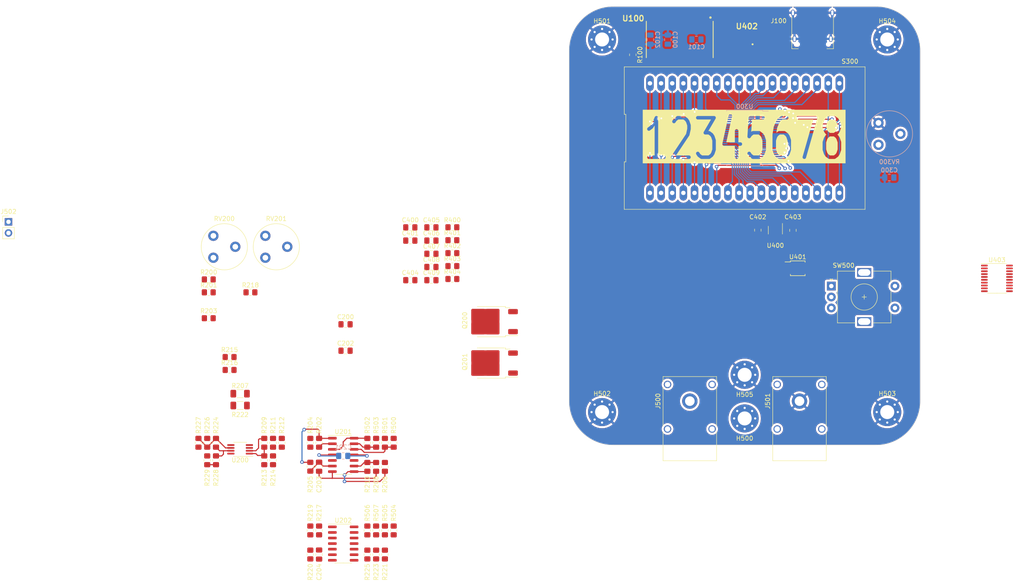
<source format=kicad_pcb>
(kicad_pcb (version 20221018) (generator pcbnew)
  (layers (0 "F.Cu" signal) (31 "B.Cu" signal) (34 "B.Paste" user) (35 "F.Paste" user) (36 "B.SilkS" user "B.Silkscreen") (37 "F.SilkS" user "F.Silkscreen") (38 "B.Mask" user) (39 "F.Mask" user) (44 "Edge.Cuts" user))
  (net 0 "")
  (net 1 "-5V0_SUPPLY_G")
  (net 2 "5V0_SUPPLY_G")
  (net 3 "/uC_stage/3V3_SUPPLY_L")
  (net 4 "dacOutA_ang_g")
  (net 5 "GND")
  (net 6 "GND1")
  (net 7 "dacOutB_ang_g")
  (net 8 "USB_C_CC1_G")
  (net 9 "USB_C_DPOS_G")
  (net 10 "USB_C_DNEG_G")
  (net 11 "USB_C_CC2_G")
  (net 12 "VOLTAGE_SINK_G")
  (net 13 "opStage1A_ang_g")
  (net 14 "opStage2A_ang_g")
  (net 15 "opStage1B_ang_g")
  (net 16 "/uC_stage/usbCIsolatorFaultc_dig_l")
  (net 17 "opStage2B_ang_g")
  (net 18 "/uC_stage/dacNLDAC_dig_l")
  (net 19 "/uC_stage/dacRDY_dig_l")
  (net 20 "USB_C_ISOLATED_DPOS")
  (net 21 "USB_C_ISOLATED_DNEG")
  (net 22 "3V3_SUPPLY_G")
  (net 23 "UCSDA_COM_G")
  (net 24 "UCSCL_COM_G")
  (net 25 "/LCD_screen/disp1_dig_l")
  (net 26 "/LCD_screen/disp2_dig_l")
  (net 27 "/LCD_screen/disp3_dig_l")
  (net 28 "/LCD_screen/disp4_dig_l")
  (net 29 "/LCD_screen/disp5_dig_l")
  (net 30 "/LCD_screen/disp6_dig_l")
  (net 31 "/LCD_screen/disp7_dig_l")
  (net 32 "/LCD_screen/disp8_dig_l")
  (net 33 "/LCD_screen/disp9_dig_l")
  (net 34 "/LCD_screen/disp10_dig_l")
  (net 35 "/LCD_screen/disp11_dig_l")
  (net 36 "/LCD_screen/disp12_dig_l")
  (net 37 "/LCD_screen/disp13_dig_l")
  (net 38 "/LCD_screen/disp14_dig_l")
  (net 39 "/LCD_screen/disp15_dig_l")
  (net 40 "/LCD_screen/disp16_dig_l")
  (net 41 "/LCD_screen/COM0_dig_l")
  (net 42 "/LCD_screen/COM1_dig_l")
  (net 43 "/LCD_screen/COM2_dig_l")
  (net 44 "/LCD_screen/COM3_dig_l")
  (net 45 "/LCD_screen/disp21_dig_l")
  (net 46 "/LCD_screen/disp22_dig_l")
  (net 47 "/LCD_screen/disp23_dig_l")
  (net 48 "/LCD_screen/disp24_dig_l")
  (net 49 "/LCD_screen/disp25_dig_l")
  (net 50 "/LCD_screen/disp26_dig_l")
  (net 51 "/LCD_screen/disp27_dig_l")
  (net 52 "/LCD_screen/disp28_dig_l")
  (net 53 "/LCD_screen/disp29_dig_l")
  (net 54 "/LCD_screen/disp30_dig_l")
  (net 55 "/LCD_screen/disp31_dig_l")
  (net 56 "/LCD_screen/disp32_dig_l")
  (net 57 "/LCD_screen/disp33_dig_l")
  (net 58 "/LCD_screen/disp34_dig_l")
  (net 59 "/LCD_screen/disp35_dig_l")
  (net 60 "/LCD_screen/disp36_dig_l")
  (net 61 "/LCD_screen/disp17_dig_l")
  (net 62 "/LCD_screen/disp18_dig_l")
  (net 63 "/LCD_screen/disp19_dig_l")
  (net 64 "/LCD_screen/disp20_dig_l")
  (net 65 "Net-(U100-VIN)")
  (net 66 "Net-(U201B--)")
  (net 67 "Net-(C203-Pad2)")
  (net 68 "Net-(U202B--)")
  (net 69 "Net-(C204-Pad2)")
  (net 70 "Net-(U300-VDD)")
  (net 71 "Net-(U402-CB)")
  (net 74 "Net-(Q200-G)")
  (net 75 "Net-(Q201-G)")
  (net 76 "Net-(R200-Pad2)")
  (net 77 "Net-(R202-Pad1)")
  (net 78 "Net-(U201A--)")
  (net 79 "Net-(R204-Pad2)")
  (net 80 "Net-(R206-Pad1)")
  (net 81 "Net-(U201C--)")
  (net 82 "Net-(U200A--)")
  (net 83 "Net-(R211-Pad1)")
  (net 84 "Net-(R215-Pad2)")
  (net 85 "Net-(R217-Pad1)")
  (net 86 "Net-(U202A--)")
  (net 87 "Net-(R219-Pad2)")
  (net 88 "Net-(R221-Pad1)")
  (net 89 "Net-(U202C--)")
  (net 90 "Net-(U200B--)")
  (net 91 "Net-(R226-Pad1)")
  (net 92 "Net-(U401-VOUTA)")
  (net 93 "Net-(U401-VOUTB)")
  (net 94 "Net-(U201D-+)")
  (net 95 "Net-(U201D--)")
  (net 96 "Net-(U202D-+)")
  (net 97 "Net-(U202D--)")
  (net 127 "/current_sink_stage/current_feedback_A")
  (net 128 "/current_sink_stage/current_feedback_B")
  (footprint "Resistor_SMD:R_0805_2012Metric_Pad1.20x1.40mm_HandSolder" (layer "F.Cu") (at 141 144.5 90)
    (fp_text reference "R507")
    (fp_text value "R_Small")
  )
  (footprint "Resistor_SMD:R_0805_2012Metric_Pad1.20x1.40mm_HandSolder" (layer "F.Cu") (at 115.5 128.5 90)
    (fp_text reference "R213")
    (fp_text value "100")
  )
  (footprint "Package_TO_SOT_SMD:TO-252-2" (layer "F.Cu") (at 167.16 106.32 180)
    (fp_text reference "Q201")
    (fp_text value "TK7S10N1Z")
  )
  (footprint "Resistor_SMD:R_0805_2012Metric_Pad1.20x1.40mm_HandSolder" (layer "F.Cu") (at 107.6 107.89)
    (fp_text reference "R216")
    (fp_text value "100")
  )
  (footprint "Resistor_SMD:R_0805_2012Metric_Pad1.20x1.40mm_HandSolder" (layer "F.Cu") (at 158.38 87.14)
    (fp_text reference "R404")
    (fp_text value "10k")
  )
  (footprint "Capacitor_SMD:C_0805_2012Metric_Pad1.18x1.45mm_HandSolder" (layer "F.Cu") (at 128 150 -90)
    (fp_text reference "C204")
    (fp_text value "1u")
  )
  (footprint "Rotary_Encoder:RotaryEncoder_Alps_EC11E-Switch_Vertical_H20mm" (layer "F.Cu") (at 244.75 88.75)
    (fp_text reference "SW500")
    (fp_text value "RotaryEncoder_Switch")
  )
  (footprint "Resistor_SMD:R_0805_2012Metric_Pad1.20x1.40mm_HandSolder" (layer "F.Cu") (at 139 150 -90)
    (fp_text reference "R225")
    (fp_text value "10k")
  )
  (footprint "Potentiometer_THT:Potentiometer_Piher_PT-10-V05_Vertical" (layer "F.Cu") (at 103.9 82.29)
    (fp_text reference "RV200")
    (fp_text value "PT10LV05")
  )
  (footprint "Resistor_SMD:R_0805_2012Metric_Pad1.20x1.40mm_HandSolder" (layer "F.Cu") (at 143 144.5 90)
    (fp_text reference "R505")
    (fp_text value "0R")
  )
  (footprint "Resistor_SMD:R_0805_2012Metric_Pad1.20x1.40mm_HandSolder" (layer "F.Cu") (at 158.38 78.29)
    (fp_text reference "R401")
    (fp_text value "?")
  )
  (footprint "Capacitor_SMD:C_0805_2012Metric_Pad1.18x1.45mm_HandSolder" (layer "F.Cu") (at 128 129.9625 -90)
    (fp_text reference "C203")
    (fp_text value "1u")
  )
  (footprint "Resistor_SMD:R_0805_2012Metric_Pad1.20x1.40mm_HandSolder" (layer "F.Cu") (at 158.38 84.19)
    (fp_text reference "R403")
    (fp_text value "10k")
  )
  (footprint "Capacitor_SMD:C_0805_2012Metric_Pad1.18x1.45mm_HandSolder" (layer "F.Cu") (at 134.03 103.5)
    (fp_text reference "C202")
    (fp_text value "?")
  )
  (footprint "Resistor_SMD:R_0805_2012Metric_Pad1.20x1.40mm_HandSolder" (layer "F.Cu") (at 102.85 90.19)
    (fp_text reference "R201")
    (fp_text value "100")
  )
  (footprint "Resistor_SMD:R_0805_2012Metric_Pad1.20x1.40mm_HandSolder" (layer "F.Cu") (at 143 124.5 90)
    (fp_text reference "R501")
    (fp_text value "0R")
  )
  (footprint "User_SupplyGen:PDS1-M" (layer "F.Cu") (at 210.2 32.5 180)
    (fp_text reference "U100")
    (fp_text value "PDSE1-S5-D5-M-TR" hide)
  )
  (footprint "Resistor_SMD:R_0805_2012Metric_Pad1.20x1.40mm_HandSolder" (layer "F.Cu") (at 128 124.5 -90)
    (fp_text reference "R202")
    (fp_text value "10k")
  )
  (footprint "Resistor_SMD:R_0805_2012Metric_Pad1.20x1.40mm_HandSolder" (layer "F.Cu") (at 139 144.5 -90)
    (fp_text reference "R506")
    (fp_text value "R_Small")
  )
  (footprint "Resistor_SMD:R_0805_2012Metric_Pad1.20x1.40mm_HandSolder" (layer "F.Cu") (at 141 150 -90)
    (fp_text reference "R223")
    (fp_text value "10k")
  )
  (footprint "Resistor_SMD:R_0805_2012Metric_Pad1.20x1.40mm_HandSolder" (layer "F.Cu") (at 119.5 124.5 90)
    (fp_text reference "R212")
    (fp_text value "100")
  )
  (footprint "MountingHole:MountingHole_3.2mm_M3_Pad_Via" (layer "F.Cu") (at 225 109 90)
    (fp_text reference "H505")
    (fp_text value "~")
  )
  (footprint "Package_TO_SOT_SMD:TO-252-2" (layer "F.Cu") (at 167.16 96.87 180)
    (fp_text reference "Q200")
    (fp_text value "TK7S10N1Z")
  )
  (footprint "Resistor_SMD:R_0805_2012Metric_Pad1.20x1.40mm_HandSolder" (layer "F.Cu") (at 145 144.5 -90)
    (fp_text reference "R504")
    (fp_text value "0R")
  )
  (footprint "MountingHole:MountingHole_3.2mm_M3_Pad_Via" (layer "F.Cu") (at 257.5 117.5)
    (fp_text reference "H503")
    (fp_text value "~")
  )
  (footprint "Resistor_SMD:R_0805_2012Metric_Pad1.20x1.40mm_HandSolder" (layer "F.Cu") (at 143 150 90)
    (fp_text reference "R221")
    (fp_text value "0")
  )
  (footprint "Capacitor_SMD:C_0805_2012Metric_Pad1.18x1.45mm_HandSolder" (layer "F.Cu") (at 153.6 81.39)
    (fp_text reference "C407")
    (fp_text value "1u")
  )
  (footprint "Capacitor_SMD:C_0805_2012Metric_Pad1.18x1.45mm_HandSolder" (layer "F.Cu") (at 134.03 97.48)
    (fp_text reference "C200")
    (fp_text value "?")
  )
  (footprint "Capacitor_SMD:C_0805_2012Metric_Pad1.18x1.45mm_HandSolder" (layer "F.Cu") (at 148.79 78.38)
    (fp_text reference "C401")
    (fp_text value "10u")
  )
  (footprint "Resistor_SMD:R_0805_2012Metric_Pad1.20x1.40mm_HandSolder" (layer "F.Cu") (at 141 130 -90)
    (fp_text reference "R208")
    (fp_text value "10k")
  )
  (footprint "User_USB_Protection:UQFN2020-12" (layer "F.Cu") (at 225.5 32.25 180)
    (fp_text reference "U402")
    (fp_text value "DPO2036" hide)
  )
  (footprint "Resistor_SMD:R_0805_2012Metric_Pad1.20x1.40mm_HandSolder" (layer "F.Cu") (at 100.5 124.5 90)
    (fp_text reference "R227")
    (fp_text value "100")
  )
  (footprint "Connector:Banana_Cliff_FCR7350x_S16N-PC_Horizontal" (layer "F.Cu") (at 212.5 115 90)
    (fp_text reference "J500")
    (fp_text value "Conn_01x01_Socket")
  )
  (footprint "Resistor_SMD:R_0805_2012Metric_Pad1.20x1.40mm_HandSolder" (layer "F.Cu") (at 117.5 128.5 -90)
    (fp_text reference "R214")
    (fp_text value "100")
  )
  (footprint "Resistor_SMD:R_0805_2012Metric_Pad1.20x1.40mm_HandSolder" (layer "F.Cu") (at 102.85 96.09)
    (fp_text reference "R203")
    (fp_text value "1k")
  )
  (footprint "Resistor_SMD:R_0805_2012Metric_Pad1.20x1.40mm_HandSolder" (layer "F.Cu") (at 139 124.5 -90)
    (fp_text reference "R502")
    (fp_text value "R_Small")
  )
  (footprint "Resistor_SMD:R_0805_2012Metric_Pad1.20x1.40mm_HandSolder" (layer "F.Cu") (at 112.35 90.19)
    (fp_text reference "R218")
    (fp_text value "1k")
  )
  (footprint "Resistor_SMD:R_0805_2012Metric_Pad1.20x1.40mm_HandSolder" (layer "F.Cu") (at 128 144.5 -90)
    (fp_text reference "R217")
    (fp_text value "10k")
  )
  (footprint "Capacitor_SMD:C_0805_2012Metric_Pad1.18x1.45mm_HandSolder" (layer "F.Cu") (at 153.6 87.41)
    (fp_text reference "C409")
    (fp_text value "0.1u")
  )
  (footprint "Package_SO:TSSOP-20_4.4x6.5mm_P0.65mm" (layer "F.Cu") (at 282.5 87)
    (fp_text reference "U403")
    (fp_text value "STM32F042F6Px")
  )
  (footprint "Resistor_SMD:R_0805_2012Metric_Pad1.20x1.40mm_HandSolder" (layer "F.Cu") (at 126 129.9625 90)
    (fp_text reference "R205")
    (fp_text value "10k")
  )
  (footprint "Resistor_SMD:R_0805_2012Metric_Pad1.20x1.40mm_HandSolder" (layer "F.Cu") (at 141 124.5 90)
    (fp_text reference "R503")
    (fp_text value "R_Small")
  )
  (footprint "Resistor_SMD:R_0805_2012Metric_Pad1.20x1.40mm_HandSolder" (layer "F.Cu") (at 158.38 81.24)
    (fp_text reference "R402")
    (fp_text value "10k")
  )
  (footprint "Resistor_SMD:R_0805_2012Metric_Pad1.20x1.40mm_HandSolder" (layer "F.Cu") (at 145 124.5 -90)
    (fp_text reference "R500")
    (fp_text value "0R")
  )
  (footprint "MountingHole:MountingHole_3.2mm_M3_Pad_Via" (layer "F.Cu") (at 192.5 32.5)
    (fp_text reference "H501")
    (fp_text value "~")
  )
  (footprint "MountingHole:MountingHole_3.2mm_M3_Pad_Via" (layer "F.Cu") (at 225 118.95 90)
    (fp_text reference "H500")
    (fp_text value "~")
  )
  (footprint "Resistor_SMD:R_0805_2012Metric_Pad1.20x1.40mm_HandSolder" (layer "F.Cu") (at 104.5 128.5 90)
    (fp_text reference "R228")
    (fp_text value "100")
  )
  (footprint "Resistor_SMD:R_0805_2012Metric_Pad1.20x1.40mm_HandSolder" (layer "F.Cu") (at 199.5 36 -90)
    (fp_text reference "R100")
    (fp_text value "0R")
  )
  (footprint "Resistor_SMD:R_0805_2012Metric_Pad1.20x1.40mm_HandSolder" (layer "F.Cu") (at 107.6 104.94)
    (fp_text reference "R215")
    (fp_text value "0")
  )
  (footprint "Package_SO:MSOP-8_3x3mm_P0.65mm" (layer "F.Cu") (at 110 126 180)
    (fp_text reference "U200")
    (fp_text value "AD8602")
  )
  (footprint "Resistor_SMD:R_1206_3216Metric_Pad1.30x1.75mm_HandSolder" (layer "F.Cu") (at 110 113.3 180)
    (fp_text reference "R207")
    (fp_text value "100m")
  )
  (footprint "Resistor_SMD:R_0805_2012Metric_Pad1.20x1.40mm_HandSolder" (layer "F.Cu") (at 143 130 90)
    (fp_text reference "R206")
    (fp_text value "0")
  )
  (footprint "Resistor_SMD:R_0805_2012Metric_Pad1.20x1.40mm_HandSolder" (layer "F.Cu") (at 102.5 128.5 -90)
    (fp_text reference "R229")
    (fp_text value "100")
  )
  (footprint "Capacitor_SMD:C_0805_2012Metric_Pad1.18x1.45mm_HandSolder" (layer "F.Cu") (at 148.79 75.37)
    (fp_text reference "C400")
    (fp_text value "0.1u")
  )
  (footprint "Capacitor_SMD:C_0805_2012Metric_Pad1.18x1.45mm_HandSolder" (layer "F.Cu") (at 153.6 75.37)
    (fp_text reference "C405")
    (fp_text value "0.1u")
  )
  (footprint "Capacitor_SMD:C_0805_2012Metric_Pad1.18x1.45mm_HandSolder" (layer "F.Cu") (at 153.6 78.38)
    (fp_text reference "C406")
    (fp_text value "1u")
  )
  (footprint "Capacitor_SMD:C_0805_2012Metric_Pad1.18x1.45mm_HandSolder" (layer "F.Cu") (at 228 76 -90)
    (fp_text reference "C402")
    (fp_text value "1u")
  )
  (footprint "Resistor_SMD:R_1206_3216Metric_Pad1.30x1.75mm_HandSolder" (layer "F.Cu") (at 110 116 180)
    (fp_text reference "R222")
    (fp_text value "100m")
  )
  (footprint "User_LDC_Display:VIM878DPRCSLV" (layer "F.Cu") (at 225 55)
    (fp_text reference "S300")
    (fp_text value "VIM-878-DP-RC-S-LV" hide)
  )
  (footprint "Capacitor_SMD:C_0805_2012Metric_Pad1.18x1.45mm_HandSolder" (layer "F.Cu") (at 153.6 84.4)
    (fp_text reference "C408")
    (fp_text value "1u")
  )
  (footprint "Resistor_SMD:R_0805_2012Metric_Pad1.20x1.40mm_HandSolder" (layer "F.Cu") (at 102.85 87.24)
    (fp_text reference "R200")
    (fp_text value "0")
  )
  (footprint "MountingHole:MountingHole_3.2mm_M3_Pad_Via" (layer "F.Cu") (at 257.5 32.5)
    (fp_text reference "H504")
    (fp_text value "~")
  )
  (footprint "Potentiometer_THT:Potentiometer_Piher_PT-10-V05_Vertical" (layer "F.Cu") (at 115.75 82.29)
    (fp_text reference "RV201")
    (fp_text value "PT10LV05")
  )
  (footprint "Resistor_SMD:R_0805_2012Metric_Pad1.20x1.40mm_HandSolder" (layer "F.Cu") (at 115.5 124.5 -90)
    (fp_text reference "R209")
    (fp_text value "1.9k")
  )
  (footprint "Resistor_SMD:R_0805_2012Metric_Pad1.20x1.40mm_HandSolder" (layer "F.Cu") (at 104.5 124.5 -90)
    (fp_text reference "R224")
    (fp_text value "1.9k")
  )
  (footprint "Resistor_SMD:R_0805_2012Metric_Pad1.20x1.40mm_HandSolder" (layer "F.Cu") (at 102.5 124.5 -90)
    (fp_text reference "R226")
    (fp_text value "1k")
  )
  (footprint "Resistor_SMD:R_0805_2012Metric_Pad1.20x1.40mm_HandSolder" (layer "F.Cu") (at 126 144.5 90)
    (fp_text reference "R219")
    (fp_text value "10k")
  )
  (footprint "MountingHole:MountingHole_3.2mm_M3_Pad_Via" (layer "F.Cu") (at 192.5 117.5)
    (fp_text reference "H502")
    (fp_text value "~")
  )
  (footprint "Resistor_SMD:R_0805_2012Metric_Pad1.20x1.40mm_HandSolder" (layer "F.Cu") (at 158.38 75.34)
    (fp_text reference "R400")
    (fp_text value "?")
  )
  (footprint "Resistor_SMD:R_0805_2012Metric_Pad1.20x1.40mm_HandSolder" (layer "F.Cu") (at 126 150 90)
    (fp_text reference "R220")
    (fp_text value "10k")
  )
  (footprint "Package_SO:SOIC-14_3.9x8.7mm_P1.27mm" (layer "F.Cu") (at 133.5 147.5)
    (fp_text reference "U202")
    (fp_text value "ADTL084")
  )
  (footprint "Connector_USB:USB_C_Receptacle_Amphenol_12401610E4-2A" (layer "F.Cu") (at 240.49 29.25 180)
    (fp_text reference "J100")
    (fp_text value "USB_C_Receptacle_USB2.0" hide)
  )
  (footprint "Package_TO_SOT_SMD:SOT-23-5_HandSoldering" (layer "F.Cu") (at 232 76 -90)
    (fp_text reference "U400")
    (fp_text value "MIC5504-1.2YM5" hide)
  )
  (footprint "Connector_PinHeader_2.54mm:PinHeader_1x02_P2.54mm_Vertical" (layer "F.Cu") (at 57.202944 74.102944)
    (fp_text reference "J502")
    (fp_text value "~")
  )
  (footprint "Resistor_SMD:R_0805_2012Metric_Pad1.20x1.40mm_HandSolder" (layer "F.Cu") (at 139 130 -90)
    (fp_text reference "R210")
    (fp_text value "10k")
  )
  (footprint "Package_SO:SOIC-14_3.9x8.7mm_P1.27mm" (layer "F.Cu") (at 133.5 127.27)
    (fp_text reference "U201")
    (fp_text value "ADTL084")
  )
  (footprint "Resistor_SMD:R_0805_2012Metric_Pad1.20x1.40mm_HandSolder" (layer "F.Cu") (at 126 124.5 90)
    (fp_text reference "R204")
    (fp_text value "10k")
  )
  (footprint "Connector:Banana_Cliff_FCR7350x_S16N-PC_Horizontal" (layer "F.Cu") (at 237.5 115 90)
    (fp_text reference "J501")
    (fp_text value "Conn_01x01_Socket")
  )
  (footprint "Package_SO:MSOP-10_3x3mm_P0.5mm" (layer "F.Cu") (at 237.1 84.7)
    (fp_text reference "U401")
    (fp_text value "MCP4728")
  )
  (footprint "Resistor_SMD:R_0805_2012Metric_Pad1.20x1.40mm_HandSolder" (layer "F.Cu") (at 117.5 124.5 -90)
    (fp_text reference "R211")
    (fp_text value "1k")
  )
  (footprint "Capacitor_SMD:C_0805_2012Metric_Pad1.18x1.45mm_HandSolder" (layer "F.Cu") (at 148.79 87.41)
    (fp_text reference "C404")
    (fp_text value "0.1u")
  )
  (footprint "Capacitor_SMD:C_0805_2012Metric_Pad1.18x1.45mm_HandSolder" (layer "F.Cu") (at 236 76.0375 90)
    (fp_text reference "C403")
    (fp_text value "1u")
  )
  (footprint "Capacitor_SMD:C_0805_2012Metric_Pad1.18x1.45mm_HandSolder" (layer "B.Cu") (at 203.5 32.5375 90)
    (fp_text reference "C102")
    (fp_text value "4.7u")
  )
  (footprint "Package_SO:TSSOP-48_8x12.5mm_P0.5mm" (layer "B.Cu") (at 225 55 180)
    (fp_text reference "U300")
    (fp_text value "BU9797A")
  )
  (footprint "Capacitor_SMD:C_0805_2012Metric_Pad1.18x1.45mm_HandSolder" (layer "B.Cu") (at 133.5 127.5 180)
    (fp_text reference "C201")
    (fp_text value "?")
  )
  (footprint "Potentiometer_THT:Potentiometer_Piher_PT-10-V05_Vertical" (layer "B.Cu") (at 255.5 51.525)
    (fp_text reference "RV300")
    (fp_text value "PT10LV05")
  )
  (footprint "Capacitor_SMD:C_0805_2012Metric_Pad1.18x1.45mm_HandSolder" (layer "B.Cu") (at 257.9625 64 180)
    (fp_text reference "C300")
    (fp_text value "1u")
  )
  (footprint "Capacitor_SMD:C_0805_2012Metric_Pad1.18x1.45mm_HandSolder" (layer "B.Cu") (at 207.5 32.5375 90)
    (fp_text reference "C100")
    (fp_text value "4.7u")
  )
  (footprint "Capacitor_SMD:C_0805_2012Metric_Pad1.18x1.45mm_HandSolder" (layer "B.Cu") (at 214 32.5)
    (fp_text reference "C101")
    (fp_text value "4.7u")
  )
  (gr_line (start 254.999999 124.999999) (end 195.000001 124.999999) (stroke (width 0.1)) (layer "Edge.Cuts"))
  (gr_arc (start 255 25) (mid 262.071068 27.928932) (end 265 35) (stroke (width 0.1)) (layer "Edge.Cuts"))
  (gr_line (start 185.000001 114.999999) (end 185 35) (stroke (width 0.1)) (layer "Edge.Cuts"))
  (gr_arc (start 185 35) (mid 187.928932 27.928932) (end 195 25) (stroke (width 0.1)) (layer "Edge.Cuts"))
  (gr_line (start 195 25) (end 255 25) (stroke (width 0.1)) (layer "Edge.Cuts"))
  (gr_arc (start 264.999999 114.999999) (mid 262.071067 122.071067) (end 254.999999 124.999999) (stroke (width 0.1)) (layer "Edge.Cuts"))
  (gr_line (start 265 35) (end 264.999999 114.999999) (stroke (width 0.1)) (layer "Edge.Cuts"))
  (gr_arc (start 195.000001 124.999999) (mid 187.928933 122.071067) (end 185.000001 114.999999) (stroke (width 0.1)) (layer "Edge.Cuts"))
  (segment (start 135.975 127.27) (end 138.67 127.27) (width 0.25) (layer "F.Cu") (net 1))
  (segment (start 138.67 127.27) (end 138.9 127.5) (width 0.25) (layer "F.Cu") (net 1))
  (via (at 138.9 127.5) (size 0.8) (drill 0.4) (layers "F.Cu" "B.Cu") (net 1))
  (segment (start 134.5375 127.5) (end 138.9 127.5) (width 0.25) (layer "B.Cu") (net 1))
  (segment (start 130.995 127.3) (end 131.025 127.27) (width 0.25) (layer "F.Cu") (net 2))
  (segment (start 128 127.3) (end 130.995 127.3) (width 0.25) (layer "F.Cu") (net 2))
  (via (at 128 127.3) (size 0.8) (drill 0.4) (layers "F.Cu" "B.Cu") (net 2))
  (segment (start 132.4625 127.5) (end 128.2 127.5) (width 0.25) (layer "B.Cu") (net 2))
  (segment (start 128.2 127.5) (end 128 127.3) (width 0.25) (layer "B.Cu") (net 2))
  (segment (start 133.5 125.2) (end 133.5 124.3) (width 0.25) (layer "F.Cu") (net 13))
  (segment (start 133.5 124.3) (end 134.34 123.46) (width 0.25) (layer "F.Cu") (net 13))
  (segment (start 131.025 126) (end 132.7 126) (width 0.25) (layer "F.Cu") (net 13))
  (segment (start 132.7 126) (end 133.5 125.2) (width 0.25) (layer "F.Cu") (net 13))
  (segment (start 134.34 123.46) (end 135.975 123.46) (width 0.25) (layer "F.Cu") (net 13))
  (segment (start 135.975 123.46) (end 138.96 123.46) (width 0.25) (layer "F.Cu") (net 13))
  (segment (start 138.96 123.46) (end 139 123.5) (width 0.25) (layer "F.Cu") (net 13))
  (segment (start 104.5 129.5) (end 102.5 129.5) (width 0.25) (layer "F.Cu") (net 17))
  (segment (start 203.41 58.4) (end 203.71 58.1) (width 0.25) (layer "F.Cu") (net 25))
  (segment (start 232.277274 58.1) (end 234.077752 56.299522) (width 0.25) (layer "F.Cu") (net 25))
  (segment (start 203.71 58.1) (end 232.277274 58.1) (width 0.25) (layer "F.Cu") (net 25))
  (via (at 203.41 58.4) (size 0.8) (drill 0.4) (layers "F.Cu" "B.Cu") (net 25))
  (via (at 234.077752 56.299522) (size 0.8) (drill 0.4) (layers "F.Cu" "B.Cu") (net 25))
  (segment (start 232.65 57.75) (end 229.6625 57.75) (width 0.25) (layer "B.Cu") (net 25))
  (segment (start 234.077752 56.322248) (end 232.65 57.75) (width 0.25) (layer "B.Cu") (net 25))
  (segment (start 234.077752 56.299522) (end 234.077752 56.322248) (width 0.25) (layer "B.Cu") (net 25))
  (segment (start 203.41 58.4) (end 203.41 67.5) (width 0.25) (layer "B.Cu") (net 25))
  (segment (start 206.3 58.6) (end 232.690071 58.6) (width 0.25) (layer "F.Cu") (net 26))
  (segment (start 233.96354 57.326531) (end 234.447918 57.326531) (width 0.25) (layer "F.Cu") (net 26))
  (segment (start 232.690071 58.6) (end 233.96354 57.326531) (width 0.25) (layer "F.Cu") (net 26))
  (segment (start 206 58.9) (end 206.3 58.6) (width 0.25) (layer "F.Cu") (net 26))
  (via (at 206 58.9) (size 0.8) (drill 0.4) (layers "F.Cu" "B.Cu") (net 26))
  (via (at 234.447918 57.326531) (size 0.8) (drill 0.4) (layers "F.Cu" "B.Cu") (net 26))
  (segment (start 232.95 58.25) (end 229.6625 58.25) (width 0.25) (layer "B.Cu") (net 26))
  (segment (start 234.36573 57.524951) (end 233.675049 57.524951) (width 0.25) (layer "B.Cu") (net 26))
  (segment (start 234.447918 57.442763) (end 234.36573 57.524951) (width 0.25) (layer "B.Cu") (net 26))
  (segment (start 234.447918 57.326531) (end 234.447918 57.442763) (width 0.25) (layer "B.Cu") (net 26))
  (segment (start 205.95 58.95) (end 205.95 67.5) (width 0.25) (layer "B.Cu") (net 26))
  (segment (start 206 58.9) (end 205.95 58.95) (width 0.25) (layer "B.Cu") (net 26))
  (segment (start 233.675049 57.524951) (end 232.95 58.25) (width 0.25) (layer "B.Cu") (net 26))
  (segment (start 208.715 59.175) (end 233.140376 59.175) (width 0.25) (layer "F.Cu") (net 27))
  (segment (start 208.49 59.4) (end 208.715 59.175) (width 0.25) (layer "F.Cu") (net 27))
  (segment (start 233.140376 59.175) (end 234.065425 58.249951) (width 0.25) (layer "F.Cu") (net 27))
  (via (at 234.065425 58.249951) (size 0.8) (drill 0.4) (layers "F.Cu" "B.Cu") (net 27))
  (via (at 208.49 59.4) (size 0.8) (drill 0.4) (layers "F.Cu" "B.Cu") (net 27))
  (segment (start 208.49 59.4) (end 208.49 67.5) (width 0.25) (layer "B.Cu") (net 27))
  (segment (start 234.065425 58.249951) (end 233.565376 58.75) (width 0.25) (layer "B.Cu") (net 27))
  (segment (start 233.565376 58.75) (end 229.6625 58.75) (width 0.25) (layer "B.Cu") (net 27))
  (segment (start 234.490877 59.7) (end 211.23 59.7) (width 0.25) (layer "F.Cu") (net 28))
  (segment (start 211.23 59.7) (end 211.03 59.9) (width 0.25) (layer "F.Cu") (net 28))
  (segment (start 234.982577 60.1917) (end 234.490877 59.7) (width 0.25) (layer "F.Cu") (net 28))
  (via (at 234.982577 60.1917) (size 0.8) (drill 0.4) (layers "F.Cu" "B.Cu") (net 28))
  (via (at 211.03 59.9) (size 0.8) (drill 0.4) (layers "F.Cu" "B.Cu") (net 28))
  (segment (start 234.982577 60.1917) (end 234.040877 59.25) (width 0.25) (layer "B.Cu") (net 28))
  (segment (start 211.03 59.9) (end 211.03 67.5) (width 0.25) (layer "B.Cu") (net 28))
  (segment (start 234.040877 59.25) (end 229.6625 59.25) (width 0.25) (layer "B.Cu") (net 28))
  (segment (start 213.87 60.2) (end 213.57 60.5) (width 0.25) (layer "F.Cu") (net 29))
  (segment (start 235.4 61.8) (end 235.4 61.633722) (width 0.25) (layer "F.Cu") (net 29))
  (segment (start 233.966278 60.2) (end 213.87 60.2) (width 0.25) (layer "F.Cu") (net 29))
  (segment (start 235.4 61.633722) (end 233.966278 60.2) (width 0.25) (layer "F.Cu") (net 29))
  (via (at 213.57 60.5) (size 0.8) (drill 0.4) (layers "F.Cu" "B.Cu") (net 29))
  (via (at 235.4 61.8) (size 0.8) (drill 0.4) (layers "F.Cu" "B.Cu") (net 29))
  (segment (start 235.4 61.8) (end 235.4 61.633722) (width 0.25) (layer "B.Cu") (net 29))
  (segment (start 229.6875 59.725) (end 229.6625 59.75) (width 0.25) (layer "B.Cu") (net 29))
  (segment (start 213.57 60.5) (end 213.57 67.5) (width 0.25) (layer "B.Cu") (net 29))
  (segment (start 235.4 61.633722) (end 233.491278 59.725) (width 0.25) (layer "B.Cu") (net 29))
  (segment (start 233.491278 59.725) (end 229.6875 59.725) (width 0.25) (layer "B.Cu") (net 29))
  (segment (start 216.61 60.7) (end 232.994086 60.7) (width 0.25) (layer "F.Cu") (net 30))
  (segment (start 232.994086 60.7) (end 234.214652 61.920566) (width 0.25) (layer "F.Cu") (net 30))
  (segment (start 216.305 61.005) (end 216.61 60.7) (width 0.25) (layer "F.Cu") (net 30))
  (via (at 234.214652 61.920566) (size 0.8) (drill 0.4) (layers "F.Cu" "B.Cu") (net 30))
  (via (at 216.305 61.005) (size 0.8) (drill 0.4) (layers "F.Cu" "B.Cu") (net 30))
  (segment (start 216.305 61.005) (end 216.11 61.2) (width 0.25) (layer "B.Cu") (net 30))
  (segment (start 234.214652 61.920566) (end 232.544086 60.25) (width 0.25) (layer "B.Cu") (net 30))
  (segment (start 216.11 61.2) (end 216.11 67.5) (width 0.25) (layer "B.Cu") (net 30))
  (segment (start 232.544086 60.25) (end 229.6625 60.25) (width 0.25) (layer "B.Cu") (net 30))
  (segment (start 218.6 61.5) (end 218.9 61.2) (width 0.25) (layer "F.Cu") (net 31))
  (segment (start 218.9 61.2) (end 232.2 61.2) (width 0.25) (layer "F.Cu") (net 31))
  (segment (start 232.2 61.2) (end 232.9 61.9) (width 0.25) (layer "F.Cu") (net 31))
  (via (at 232.9 61.9) (size 0.8) (drill 0.4) (layers "F.Cu" "B.Cu") (net 31))
  (via (at 218.6 61.5) (size 0.8) (drill 0.4) (layers "F.Cu" "B.Cu") (net 31))
  (segment (start 218.65 61.55) (end 218.65 67.5) (width 0.25) (layer "B.Cu") (net 31))
  (segment (start 218.6 61.5) (end 218.65 61.55) (width 0.25) (layer "B.Cu") (net 31))
  (segment (start 232.9 61.7) (end 231.95 60.75) (width 0.25) (layer "B.Cu") (net 31))
  (segment (start 232.9 61.9) (end 232.9 61.7) (width 0.25) (layer "B.Cu") (net 31))
  (segment (start 231.95 60.75) (end 229.6625 60.75) (width 0.25) (layer "B.Cu") (net 31))
  (segment (start 221.19 67.5) (end 221.19 65.91) (width 0.25) (layer "B.Cu") (net 32))
  (segment (start 221.19 65.91) (end 222.2 64.9) (width 0.25) (layer "B.Cu") (net 32))
  (segment (start 221.85 60.75) (end 220.3375 60.75) (width 0.25) (layer "B.Cu") (net 32))
  (segment (start 222.2 61.1) (end 221.85 60.75) (width 0.25) (layer "B.Cu") (net 32))
  (segment (start 222.2 64.9) (end 222.2 61.1) (width 0.25) (layer "B.Cu") (net 32))
  (segment (start 222.65 63.322792) (end 222.65 60.913604) (width 0.25) (layer "B.Cu") (net 33))
  (segment (start 222.65 60.913604) (end 221.986396 60.25) (width 0.25) (layer "B.Cu") (net 33))
  (segment (start 223.73 67.5) (end 223.73 64.402792) (width 0.25) (layer "B.Cu") (net 33))
  (segment (start 223.73 64.402792) (end 222.65 63.322792) (width 0.25) (layer "B.Cu") (net 33))
  (segment (start 221.986396 60.25) (end 220.3375 60.25) (width 0.25) (layer "B.Cu") (net 33))
  (segment (start 223.1 63.136396) (end 223.1 60.727208) (width 0.25) (layer "B.Cu") (net 34))
  (segment (start 224.625 65.425) (end 224.625 64.661396) (width 0.25) (layer "B.Cu") (net 34))
  (segment (start 222.122792 59.75) (end 220.3375 59.75) (width 0.25) (layer "B.Cu") (net 34))
  (segment (start 226.27 67.5) (end 226.27 67.07) (width 0.25) (layer "B.Cu") (net 34))
  (segment (start 226.27 67.07) (end 224.625 65.425) (width 0.25) (layer "B.Cu") (net 34))
  (segment (start 223.1 60.727208) (end 222.122792 59.75) (width 0.25) (layer "B.Cu") (net 34))
  (segment (start 224.625 64.661396) (end 223.1 63.136396) (width 0.25) (layer "B.Cu") (net 34))
  (segment (start 228.81 67.5) (end 228.81 66.71) (width 0.25) (layer "B.Cu") (net 35))
  (segment (start 223.55 60.540812) (end 222.259188 59.25) (width 0.25) (layer "B.Cu") (net 35))
  (segment (start 225.575 64.975) (end 223.55 62.95) (width 0.25) (layer "B.Cu") (net 35))
  (segment (start 223.55 62.95) (end 223.55 60.540812) (width 0.25) (layer "B.Cu") (net 35))
  (segment (start 228.81 66.71) (end 227.075 64.975) (width 0.25) (layer "B.Cu") (net 35))
  (segment (start 227.075 64.975) (end 225.575 64.975) (width 0.25) (layer "B.Cu") (net 35))
  (segment (start 222.259188 59.25) (end 220.3375 59.25) (width 0.25) (layer "B.Cu") (net 35))
  (segment (start 225.779416 64.525) (end 224 62.745584) (width 0.25) (layer "B.Cu") (net 36))
  (segment (start 224 60.354416) (end 222.395584 58.75) (width 0.25) (layer "B.Cu") (net 36))
  (segment (start 231.35 66.85) (end 229.025 64.525) (width 0.25) (layer "B.Cu") (net 36))
  (segment (start 231.35 67.5) (end 231.35 66.85) (width 0.25) (layer "B.Cu") (net 36))
  (segment (start 222.395584 58.75) (end 220.3375 58.75) (width 0.25) (layer "B.Cu") (net 36))
  (segment (start 229.025 64.525) (end 225.779416 64.525) (width 0.25) (layer "B.Cu") (net 36))
  (segment (start 224 62.745584) (end 224 60.354416) (width 0.25) (layer "B.Cu") (net 36))
  (segment (start 233.89 66.6) (end 231.365 64.075) (width 0.25) (layer "B.Cu") (net 37))
  (segment (start 224.45 62.559188) (end 224.45 60.16802) (width 0.25) (layer "B.Cu") (net 37))
  (segment (start 225.965812 64.075) (end 224.45 62.559188) (width 0.25) (layer "B.Cu") (net 37))
  (segment (start 231.365 64.075) (end 225.965812 64.075) (width 0.25) (layer "B.Cu") (net 37))
  (segment (start 224.45 60.16802) (end 222.53198 58.25) (width 0.25) (layer "B.Cu") (net 37))
  (segment (start 233.89 67.5) (end 233.89 66.6) (width 0.25) (layer "B.Cu") (net 37))
  (segment (start 222.53198 58.25) (end 220.3375 58.25) (width 0.25) (layer "B.Cu") (net 37))
  (segment (start 224.9 62.372792) (end 224.9 59.981624) (width 0.25) (layer "B.Cu") (net 38))
  (segment (start 236.43 67.5) (end 236.43 66.6) (width 0.25) (layer "B.Cu") (net 38))
  (segment (start 226.152208 63.625) (end 224.9 62.372792) (width 0.25) (layer "B.Cu") (net 38))
  (segment (start 233.455 63.625) (end 226.152208 63.625) (width 0.25) (layer "B.Cu") (net 38))
  (segment (start 222.668376 57.75) (end 220.3375 57.75) (width 0.25) (layer "B.Cu") (net 38))
  (segment (start 224.9 59.981624) (end 222.668376 57.75) (width 0.25) (layer "B.Cu") (net 38))
  (segment (start 236.43 66.6) (end 233.455 63.625) (width 0.25) (layer "B.Cu") (net 38))
  (segment (start 235.545 63.175) (end 226.338604 63.175) (width 0.25) (layer "B.Cu") (net 39))
  (segment (start 222.804772 57.25) (end 220.3375 57.25) (width 0.25) (layer "B.Cu") (net 39))
  (segment (start 225.35 62.186396) (end 225.35 59.795228) (width 0.25) (layer "B.Cu") (net 39))
  (segment (start 238.97 67.5) (end 238.97 66.6) (width 0.25) (layer "B.Cu") (net 39))
  (segment (start 238.97 66.6) (end 235.545 63.175) (width 0.25) (layer "B.Cu") (net 39))
  (segment (start 226.338604 63.175) (end 225.35 62.186396) (width 0.25) (layer "B.Cu") (net 39))
  (segment (start 225.35 59.795228) (end 222.804772 57.25) (width 0.25) (layer "B.Cu") (net 39))
  (segment (start 225.8 62) (end 225.8 59.608832) (width 0.25) (layer "B.Cu") (net 40))
  (segment (start 226.525 62.725) (end 225.8 62) (width 0.25) (layer "B.Cu") (net 40))
  (segment (start 222.941168 56.75) (end 220.3375 56.75) (width 0.25) (layer "B.Cu") (net 40))
  (segment (start 237.635 62.725) (end 226.525 62.725) (width 0.25) (layer "B.Cu") (net 40))
  (segment (start 241.51 66.6) (end 237.635 62.725) (width 0.25) (layer "B.Cu") (net 40))
  (segment (start 225.8 59.608832) (end 222.941168 56.75) (width 0.25) (layer "B.Cu") (net 40))
  (segment (start 241.51 67.5) (end 241.51 66.6) (width 0.25) (layer "B.Cu") (net 40))
  (segment (start 237.3255 50.7) (end 244.9 50.7) (width 0.25) (layer "F.Cu") (net 41))
  (segment (start 236.5 51.5255) (end 237.3255 50.7) (width 0.25) (layer "F.Cu") (net 41))
  (via (at 244.9 50.7) (size 0.8) (drill 0.4) (layers "F.Cu" "B.Cu") (net 41))
  (via (at 236.5 51.5255) (size 0.8) (drill 0.4) (layers "F.Cu" "B.Cu") (net 41))
  (segment (start 244.812701 50.787299) (end 244.812701 52.587299) (width 0.25) (layer "B.Cu") (net 41))
  (segment (start 244.812701 52.587299) (end 244.05 53.35) (width 0.25) (layer "B.Cu") (net 41))
  (segment (start 244.05 53.35) (end 244.05 67.5) (width 0.25) (layer "B.Cu") (net 41))
  (segment (start 244.9 50.7) (end 244.812701 50.787299) (width 0.25) (layer "B.Cu") (net 41))
  (segment (start 236.2755 51.75) (end 236.5 51.5255) (width 0.25) (layer "B.Cu") (net 41))
  (segment (start 229.6625 51.75) (end 236.2755 51.75) (width 0.25) (layer "B.Cu") (net 41))
  (segment (start 238.679493 51.762701) (end 238.463026 51.979168) (width 0.25) (layer "F.Cu") (net 42))
  (segment (start 246.8 51.762701) (end 238.679493 51.762701) (width 0.25) (layer "F.Cu") (net 42))
  (via (at 238.463026 51.979168) (size 0.8) (drill 0.4) (layers "F.Cu" "B.Cu") (net 42))
  (via (at 246.8 51.762701) (size 0.8) (drill 0.4) (layers "F.Cu" "B.Cu") (net 42))
  (segment (start 246.6 51.962701) (end 246.6 67.49) (width 0.25) (layer "B.Cu") (net 42))
  (segment (start 246.8 51.762701) (end 246.6 51.962701) (width 0.25) (layer "B.Cu") (net 42))
  (segment (start 238.192194 52.25) (end 229.6625 52.25) (width 0.25) (layer "B.Cu") (net 42))
  (segment (start 246.6 67.49) (end 246.59 67.5) (width 0.25) (layer "B.Cu") (net 42))
  (segment (start 238.463026 51.979168) (end 238.192194 52.25) (width 0.25) (layer "B.Cu") (net 42))
  (segment (start 245.775402 52.6) (end 239.3745 52.6) (width 0.25) (layer "F.Cu") (net 43))
  (segment (start 245.8 52.624598) (end 245.775402 52.6) (width 0.25) (layer "F.Cu") (net 43))
  (segment (start 239.3745 52.6) (end 239.3 52.5255) (width 0.25) (layer "F.Cu") (net 43))
  (via (at 239.3 52.5255) (size 0.8) (drill 0.4) (layers "F.Cu" "B.Cu") (net 43))
  (via (at 245.8 52.624598) (size 0.8) (drill 0.4) (layers "F.Cu" "B.Cu") (net 43))
  (segment (start 245.8 51.6) (end 246.59 50.81) (width 0.25) (layer "B.Cu") (net 43))
  (segment (start 245.8 52.624598) (end 245.8 51.6) (width 0.25) (layer "B.Cu") (net 43))
  (segment (start 246.59 50.81) (end 246.59 42.5) (width 0.25) (layer "B.Cu") (net 43))
  (segment (start 239.0755 52.75) (end 229.6625 52.75) (width 0.25) (layer "B.Cu") (net 43))
  (segment (start 239.3 52.5255) (end 239.0755 52.75) (width 0.25) (layer "B.Cu") (net 43))
  (segment (start 238.999195 53.25) (end 229.6625 53.25) (width 0.25) (layer "B.Cu") (net 44))
  (segment (start 244.05 52.351) (end 243.1505 53.2505) (width 0.25) (layer "B.Cu") (net 44))
  (segment (start 238.999695 53.2505) (end 238.999195 53.25) (width 0.25) (layer "B.Cu") (net 44))
  (segment (start 243.1505 53.2505) (end 238.999695 53.2505) (width 0.25) (layer "B.Cu") (net 44))
  (segment (start 244.05 42.5) (end 244.05 52.351) (width 0.25) (layer "B.Cu") (net 44))
  (segment (start 223.641168 54.25) (end 220.3375 54.25) (width 0.25) (layer "B.Cu") (net 45))
  (segment (start 226.9 50.991168) (end 223.641168 54.25) (width 0.25) (layer "B.Cu") (net 45))
  (segment (start 238.055 47.35) (end 228.068376 47.35) (width 0.25) (layer "B.Cu") (net 45))
  (segment (start 226.9 48.518376) (end 226.9 50.991168) (width 0.25) (layer "B.Cu") (net 45))
  (segment (start 241.51 42.5) (end 241.51 43.895) (width 0.25) (layer "B.Cu") (net 45))
  (segment (start 228.068376 47.35) (end 226.9 48.518376) (width 0.25) (layer "B.Cu") (net 45))
  (segment (start 241.51 43.895) (end 238.055 47.35) (width 0.25) (layer "B.Cu") (net 45))
  (segment (start 226.45 48.33198) (end 226.45 50.804772) (width 0.25) (layer "B.Cu") (net 46))
  (segment (start 223.504772 53.75) (end 220.3375 53.75) (width 0.25) (layer "B.Cu") (net 46))
  (segment (start 226.45 50.804772) (end 223.504772 53.75) (width 0.25) (layer "B.Cu") (net 46))
  (segment (start 227.88198 46.9) (end 226.45 48.33198) (width 0.25) (layer "B.Cu") (net 46))
  (segment (start 238.97 42.5) (end 238.97 44.33) (width 0.25) (layer "B.Cu") (net 46))
  (segment (start 236.4 46.9) (end 227.88198 46.9) (width 0.25) (layer "B.Cu") (net 46))
  (segment (start 238.97 44.33) (end 236.4 46.9) (width 0.25) (layer "B.Cu") (net 46))
  (segment (start 227.745584 46.4) (end 226 48.145584) (width 0.25) (layer "B.Cu") (net 47))
  (segment (start 226 48.145584) (end 226 50.618376) (width 0.25) (layer "B.Cu") (net 47))
  (segment (start 236.43 42.5) (end 236.43 44.07) (width 0.25) (layer "B.Cu") (net 47))
  (segment (start 226 50.618376) (end 223.368376 53.25) (width 0.25) (layer "B.Cu") (net 47))
  (segment (start 223.368376 53.25) (end 220.3375 53.25) (width 0.25) (layer "B.Cu") (net 47))
  (segment (start 236.43 44.07) (end 234.1 46.4) (width 0.25) (layer "B.Cu") (net 47))
  (segment (start 234.1 46.4) (end 227.745584 46.4) (width 0.25) (layer "B.Cu") (net 47))
  (segment (start 231.6 45.8) (end 227.709188 45.8) (width 0.25) (layer "B.Cu") (net 48))
  (segment (start 227.709188 45.8) (end 225.53 47.979188) (width 0.25) (layer "B.Cu") (net 48))
  (segment (start 225.53 50.45198) (end 223.23198 52.75) (width 0.25) (layer "B.Cu") (net 48))
  (segment (start 223.23198 52.75) (end 220.3375 52.75) (width 0.25) (layer "B.Cu") (net 48))
  (segment (start 233.89 43.51) (end 231.6 45.8) (width 0.25) (layer "B.Cu") (net 48))
  (segment (start 225.53 47.979188) (end 225.53 50.45198) (width 0.25) (layer "B.Cu") (net 48))
  (segment (start 233.89 42.5) (end 233.89 43.51) (width 0.25) (layer "B.Cu") (net 48))
  (segment (start 231.35 42.5) (end 231.35 43.15) (width 0.25) (layer "B.Cu") (net 49))
  (segment (start 227.522792 45.35) (end 225.08 47.792792) (width 0.25) (layer "B.Cu") (net 49))
  (segment (start 223.095584 52.25) (end 220.3375 52.25) (width 0.25) (layer "B.Cu") (net 49))
  (segment (start 229.15 45.35) (end 227.522792 45.35) (width 0.25) (layer "B.Cu") (net 49))
  (segment (start 225.08 47.792792) (end 225.08 50.265584) (width 0.25) (layer "B.Cu") (net 49))
  (segment (start 225.08 50.265584) (end 223.095584 52.25) (width 0.25) (layer "B.Cu") (net 49))
  (segment (start 231.35 43.15) (end 229.15 45.35) (width 0.25) (layer "B.Cu") (net 49))
  (segment (start 222.959188 51.75) (end 220.3375 51.75) (width 0.25) (layer "B.Cu") (net 50))
  (segment (start 224.63 47.606396) (end 224.63 50.079188) (width 0.25) (layer "B.Cu") (net 50))
  (segment (start 224.63 50.079188) (end 222.959188 51.75) (width 0.25) (layer "B.Cu") (net 50))
  (segment (start 228.81 42.5) (end 228.81 44.09) (width 0.25) (layer "B.Cu") (net 50))
  (segment (start 228.1 44.8) (end 227.436396 44.8) (width 0.25) (layer "B.Cu") (net 50))
  (segment (start 227.436396 44.8) (end 224.63 47.606396) (width 0.25) (layer "B.Cu") (net 50))
  (segment (start 228.81 44.09) (end 228.1 44.8) (width 0.25) (layer "B.Cu") (net 50))
  (segment (start 224.18 49.892792) (end 222.822792 51.25) (width 0.25) (layer "B.Cu") (net 51))
  (segment (start 226.27 45.33) (end 224.18 47.42) (width 0.25) (layer "B.Cu") (net 51))
  (segment (start 224.18 47.42) (end 224.18 49.892792) (width 0.25) (layer "B.Cu") (net 51))
  (segment (start 222.822792 51.25) (end 220.3375 51.25) (width 0.25) (layer "B.Cu") (net 51))
  (segment (start 226.27 42.5) (end 226.27 45.33) (width 0.25) (layer "B.Cu") (net 51))
  (segment (start 222.686396 50.75) (end 220.3375 50.75) (width 0.25) (layer "B.Cu") (net 52))
  (segment (start 223.73 49.706396) (end 222.686396 50.75) (width 0.25) (layer "B.Cu") (net 52))
  (segment (start 223.73 42.5) (end 223.73 49.706396) (width 0.25) (layer "B.Cu") (net 52))
  (segment (start 221.19 42.5) (end 221.19 45.19) (width 0.25) (layer "B.Cu") (net 53))
  (segment (start 221.19 45.19) (end 223.28 47.28) (width 0.25) (layer "B.Cu") (net 53))
  (segment (start 223.28 47.28) (end 223.28 49.52) (width 0.25) (layer "B.Cu") (net 53))
  (segment (start 223.28 49.52) (end 222.55 50.25) (width 0.25) (layer "B.Cu") (net 53))
  (segment (start 222.55 50.25) (end 220.3375 50.25) (width 0.25) (layer "B.Cu") (net 53))
  (segment (start 218.65 45.35) (end 219.6 46.3) (width 0.25) (layer "B.Cu") (net 54))
  (segment (start 219.6 46.3) (end 221.663604 46.3) (width 0.25) (layer "B.Cu") (net 54))
  (segment (start 222.388604 49.775) (end 220.7 49.775) (width 0.25) (layer "B.Cu") (net 54))
  (segment (start 221.663604 46.3) (end 222.83 47.466396) (width 0.25) (layer "B.Cu") (net 54))
  (segment (start 222.83 49.333604) (end 222.388604 49.775) (width 0.25) (layer "B.Cu") (net 54))
  (segment (start 218.65 42.5) (end 218.65 45.35) (width 0.25) (layer "B.Cu") (net 54))
  (segment (start 222.83 47.466396) (end 222.83 49.333604) (width 0.25) (layer "B.Cu") (net 54))
  (segment (start 217.05 49.25) (end 220.3375 49.25) (width 0.25) (layer "B.Cu") (net 55))
  (segment (start 216.11 48.31) (end 217.05 49.25) (width 0.25) (layer "B.Cu") (net 55))
  (segment (start 216.11 42.5) (end 216.11 48.31) (width 0.25) (layer "B.Cu") (net 55))
  (segment (start 213.6 49.0255) (end 213.8745 49.3) (width 0.25) (layer "F.Cu") (net 56))
  (segment (start 213.8745 49.3) (end 232.117069 49.3) (width 0.25) (layer "F.Cu") (net 56))
  (segment (start 232.117069 49.3) (end 233.02665 48.390419) (width 0.25) (layer "F.Cu") (net 56))
  (via (at 233.02665 48.390419) (size 0.8) (drill 0.4) (layers "F.Cu" "B.Cu") (net 56))
  (via (at 213.6 49.0255) (size 0.8) (drill 0.4) (layers "F.Cu" "B.Cu") (net 56))
  (segment (start 229.6625 49.25) (end 232.25 49.25) (width 0.25) (layer "B.Cu") (net 56))
  (segment (start 232.25 49.25) (end 233.02665 48.47335) (width 0.25) (layer "B.Cu") (net 56))
  (segment (start 233.02665 48.47335) (end 233.02665 48.390419) (width 0.25) (layer "B.Cu") (net 56))
  (segment (start 213.6 49.0255) (end 213.57 48.9955) (width 0.25) (layer "B.Cu") (net 56))
  (segment (start 213.57 48.9955) (end 213.57 42.5) (width 0.25) (layer "B.Cu") (net 56))
  (segment (start 211.1 49.4755) (end 211.3745 49.75) (width 0.25) (layer "F.Cu") (net 57))
  (segment (start 211.3745 49.75) (end 233.15 49.75) (width 0.25) (layer "F.Cu") (net 57))
  (segment (start 233.15 49.75) (end 234.2 48.7) (width 0.25) (layer "F.Cu") (net 57))
  (via (at 234.2 48.7) (size 0.8) (drill 0.4) (layers "F.Cu" "B.Cu") (net 57))
  (via (at 211.1 49.4755) (size 0.8) (drill 0.4) (layers "F.Cu" "B.Cu") (net 57))
  (segment (start 234.163604 48.7) (end 233.113604 49.75) (width 0.25) (layer "B.Cu") (net 57))
  (segment (start 211.1 49.4755) (end 211.03 49.4055) (width 0.25) (layer "B.Cu") (net 57))
  (segment (start 211.03 49.4055) (end 211.03 42.5) (width 0.25) (layer "B.Cu") (net 57))
  (segment (start 234.2 48.7) (end 234.163604 48.7) (width 0.25) (layer "B.Cu") (net 57))
  (segment (start 233.113604 49.75) (end 229.6625 49.75) (width 0.25) (layer "B.Cu") (net 57))
  (segment (start 208.5 49.9755) (end 208.7245 50.2) (width 0.25) (layer "F.Cu") (net 58))
  (segment (start 208.7245 50.2) (end 234.019294 50.2) (width 0.25) (layer "F.Cu") (net 58))
  (segment (start 234.019294 50.2) (end 235.113357 49.105937) (width 0.25) (layer "F.Cu") (net 58))
  (via (at 235.113357 49.105937) (size 0.8) (drill 0.4) (layers "F.Cu" "B.Cu") (net 58))
  (via (at 208.5 49.9755) (size 0.8) (drill 0.4) (layers "F.Cu" "B.Cu") (net 58))
  (segment (start 234.819368 49.105937) (end 234.500305 49.425) (width 0.25) (layer "B.Cu") (net 58))
  (segment (start 233.25 50.25) (end 229.6625 50.25) (width 0.25) (layer "B.Cu") (net 58))
  (segment (start 234.075 49.425) (end 233.25 50.25) (width 0.25) (layer "B.Cu") (net 58))
  (segment (start 235.113357 49.105937) (end 234.819368 49.105937) (width 0.25) (layer "B.Cu") (net 58))
  (segment (start 234.500305 49.425) (end 234.075 49.425) (width 0.25) (layer "B.Cu") (net 58))
  (segment (start 208.49 49.9655) (end 208.49 42.5) (width 0.25) (layer "B.Cu") (net 58))
  (segment (start 208.5 49.9755) (end 208.49 49.9655) (width 0.25) (layer "B.Cu") (net 58))
  (segment (start 234.752958 50.7) (end 206.2 50.7) (width 0.25) (layer "F.Cu") (net 59))
  (segment (start 206.2 50.7) (end 206 50.5) (width 0.25) (layer "F.Cu") (net 59))
  (segment (start 236.075184 49.377774) (end 234.752958 50.7) (width 0.25) (layer "F.Cu") (net 59))
  (via (at 206 50.5) (size 0.8) (drill 0.4) (layers "F.Cu" "B.Cu") (net 59))
  (via (at 236.075184 49.377774) (size 0.8) (drill 0.4) (layers "F.Cu" "B.Cu") (net 59))
  (segment (start 236.075184 49.377774) (end 235.838357 49.377774) (width 0.25) (layer "B.Cu") (net 59))
  (segment (start 235.838357 49.377774) (end 235.838357 49.406242) (width 0.25) (layer "B.Cu") (net 59))
  (segment (start 205.95 42.5) (end 205.95 50.45) (width 0.25) (layer "B.Cu") (net 59))
  (segment (start 235.838357 49.406242) (end 235.413662 49.830937) (width 0.25) (layer "B.Cu") (net 59))
  (segment (start 234.300805 50.75) (end 229.6625 50.75) (width 0.25) (layer "B.Cu") (net 59))
  (segment (start 205.95 50.45) (end 206 50.5) (width 0.25) (layer "B.Cu") (net 59))
  (segment (start 235.219868 49.830937) (end 234.300805 50.75) (width 0.25) (layer "B.Cu") (net 59))
  (segment (start 235.413662 49.830937) (end 235.219868 49.830937) (width 0.25) (layer "B.Cu") (net 59))
  (segment (start 203.4 51.2) (end 203.425 51.225) (width 0.25) (layer "F.Cu") (net 60))
  (segment (start 203.425 51.225) (end 235.252556 51.225) (width 0.25) (layer "F.Cu") (net 60))
  (segment (start 235.252556 51.225) (end 236.038778 50.438778) (width 0.25) (layer "F.Cu") (net 60))
  (via (at 236.038778 50.438778) (size 0.8) (drill 0.4) (layers "F.Cu" "B.Cu") (net 60))
  (via (at 203.4 51.2) (size 0.8) (drill 0.4) (layers "F.Cu" "B.Cu") (net 60))
  (segment (start 236.038778 50.438778) (end 235.227556 51.25) (width 0.25) (layer "B.Cu") (net 60))
  (segment (start 235.227556 51.25) (end 229.6625 51.25) (width 0.25) (layer "B.Cu") (net 60))
  (segment (start 203.4 51.2) (end 203.41 51.19) (width 0.25) (layer "B.Cu") (net 60))
  (segment (start 203.41 51.19) (end 203.41 42.5) (width 0.25) (layer "B.Cu") (net 60))
  (segment (start 128.885 129.81) (end 128 128.925) (width 0.25) (layer "F.Cu") (net 66))
  (segment (start 126 130.925) (end 128 128.925) (width 0.25) (layer "F.Cu") (net 66))
  (segment (start 131.025 129.81) (end 128.885 129.81) (width 0.25) (layer "F.Cu") (net 66))
  (segment (start 126 130.9625) (end 126 130.925) (width 0.25) (layer "F.Cu") (net 66))
  (segment (start 131 132.6) (end 128.5 132.6) (width 0.25) (layer "F.Cu") (net 67))
  (segment (start 131.025 131.08) (end 131.025 132.575) (width 0.25) (layer "F.Cu") (net 67))
  (segment (start 128.08 131.08) (end 128 131) (width 0.25) (layer "F.Cu") (net 67))
  (segment (start 140.5 132.6) (end 131 132.6) (width 0.25) (layer "F.Cu") (net 67))
  (segment (start 141 131) (end 141 132.1) (width 0.25) (layer "F.Cu") (net 67))
  (segment (start 128.5 132.6) (end 128 132.1) (width 0.25) (layer "F.Cu") (net 67))
  (segment (start 131.025 132.575) (end 131 132.6) (width 0.25) (layer "F.Cu") (net 67))
  (segment (start 128 132.1) (end 128 131) (width 0.25) (layer "F.Cu") (net 67))
  (segment (start 141 132.1) (end 140.5 132.6) (width 0.25) (layer "F.Cu") (net 67))
  (segment (start 127.7 121.4) (end 128 121.7) (width 0.25) (layer "F.Cu") (net 77))
  (segment (start 130.985 123.5) (end 131.025 123.46) (width 0.25) (layer "F.Cu") (net 77))
  (segment (start 124.6 121.5) (end 124.7 121.4) (width 0.25) (layer "F.Cu") (net 77))
  (segment (start 124.5375 128.9625) (end 124.5 129) (width 0.25) (layer "F.Cu") (net 77))
  (segment (start 124.7 121.4) (end 127.7 121.4) (width 0.25) (layer "F.Cu") (net 77))
  (segment (start 128 123.5) (end 130.985 123.5) (width 0.25) (layer "F.Cu") (net 77))
  (segment (start 124.2 129) (end 124.1 128.9) (width 0.25) (layer "F.Cu") (net 77))
  (segment (start 126 128.9625) (end 124.5375 128.9625) (width 0.25) (layer "F.Cu") (net 77))
  (segment (start 128 121.7) (end 128 123.5) (width 0.25) (layer "F.Cu") (net 77))
  (segment (start 124.5 129) (end 124.2 129) (width 0.25) (layer "F.Cu") (net 77))
  (via (at 124.1 128.9) (size 0.8) (drill 0.4) (layers "F.Cu" "B.Cu") (net 77))
  (via (at 124.6 121.5) (size 0.8) (drill 0.4) (layers "F.Cu" "B.Cu") (net 77))
  (segment (start 124.1 122) (end 124.6 121.5) (width 0.25) (layer "B.Cu") (net 77))
  (segment (start 124.1 128.9) (end 124.1 122) (width 0.25) (layer "B.Cu") (net 77))
  (segment (start 128.77 124.73) (end 131.025 124.73) (width 0.25) (layer "F.Cu") (net 78))
  (segment (start 128 125.5) (end 128.77 124.73) (width 0.25) (layer "F.Cu") (net 78))
  (segment (start 112.1125 126.975) (end 113.575 126.975) (width 0.25) (layer "F.Cu") (net 79))
  (segment (start 115.4 127.4) (end 115.5 127.5) (width 0.25) (layer "F.Cu") (net 79))
  (segment (start 113.575 126.975) (end 114 127.4) (width 0.25) (layer "F.Cu") (net 79))
  (segment (start 114 127.4) (end 115.4 127.4) (width 0.25) (layer "F.Cu") (net 79))
  (segment (start 115.5 125.5) (end 115.5 127.5) (width 0.25) (layer "F.Cu") (net 79))
  (segment (start 133.8 131.8755) (end 134.5955 131.08) (width 0.25) (layer "F.Cu") (net 80))
  (segment (start 138.92 131.08) (end 139 131) (width 0.25) (layer "F.Cu") (net 80))
  (segment (start 141.8755 133.3245) (end 143 132.2) (width 0.25) (layer "F.Cu") (net 80))
  (segment (start 133.8 133.3245) (end 141.8755 133.3245) (width 0.25) (layer "F.Cu") (net 80))
  (segment (start 135.975 131.08) (end 138.92 131.08) (width 0.25) (layer "F.Cu") (net 80))
  (segment (start 134.5955 131.08) (end 135.975 131.08) (width 0.25) (layer "F.Cu") (net 80))
  (segment (start 143 132.2) (end 143 131) (width 0.25) (layer "F.Cu") (net 80))
  (via (at 133.8 133.3245) (size 0.8) (drill 0.4) (layers "F.Cu" "B.Cu") (net 80))
  (via (at 133.8 131.8755) (size 0.8) (drill 0.4) (layers "F.Cu" "B.Cu") (net 80))
  (segment (start 133.8 131.8755) (end 133.8 133.3245) (width 0.25) (layer "B.Cu") (net 80))
  (segment (start 138.3 129) (end 137.49 129.81) (width 0.25) (layer "F.Cu") (net 81))
  (segment (start 139 129) (end 138.3 129) (width 0.25) (layer "F.Cu") (net 81))
  (segment (start 137.49 129.81) (end 135.975 129.81) (width 0.25) (layer "F.Cu") (net 81))
  (segment (start 139 129) (end 141 129) (width 0.25) (layer "F.Cu") (net 81))
  (segment (start 114.4 123.6) (end 115.4 123.6) (width 0.25) (layer "F.Cu") (net 82))
  (segment (start 112.1125 126.325) (end 113.575 126.325) (width 0.25) (layer "F.Cu") (net 82))
  (segment (start 114.2 125.7) (end 114.2 123.8) (width 0.25) (layer "F.Cu") (net 82))
  (segment (start 114.2 123.8) (end 114.4 123.6) (width 0.25) (layer "F.Cu") (net 82))
  (segment (start 113.575 126.325) (end 114.2 125.7) (width 0.25) (layer "F.Cu") (net 82))
  (segment (start 115.4 123.6) (end 115.5 123.5) (width 0.25) (layer "F.Cu") (net 82))
  (segment (start 105.8 127.5) (end 106.2 127.1) (width 0.25) (layer "F.Cu") (net 87))
  (segment (start 104.5 127.5) (end 105.8 127.5) (width 0.25) (layer "F.Cu") (net 87))
  (segment (start 106.2 126.325) (end 107.8875 126.325) (width 0.25) (layer "F.Cu") (net 87))
  (segment (start 105.325 126.325) (end 106.2 126.325) (width 0.25) (layer "F.Cu") (net 87))
  (segment (start 106.2 127.1) (end 106.2 126.325) (width 0.25) (layer "F.Cu") (net 87))
  (segment (start 104.5 125.5) (end 105.325 126.325) (width 0.25) (layer "F.Cu") (net 87))
  (segment (start 106.675 125.675) (end 107.8875 125.675) (width 0.25) (layer "F.Cu") (net 90))
  (segment (start 104.5 123.5) (end 106.675 125.675) (width 0.25) (layer "F.Cu") (net 90))
  (segment (start 100.5 123.5) (end 102.5 125.5) (width 0.25) (layer "F.Cu") (net 90))
  (segment (start 102.5 125.5) (end 104.5 123.5) (width 0.25) (layer "F.Cu") (net 90))
  (segment (start 143 126.4) (end 142.7 126.7) (width 0.25) (layer "F.Cu") (net 94))
  (segment (start 137.6 126) (end 135.975 126) (width 0.25) (layer "F.Cu") (net 94))
  (segment (start 142.7 126.7) (end 138.3 126.7) (width 0.25) (layer "F.Cu") (net 94))
  (segment (start 143 125.5) (end 143 126.4) (width 0.25) (layer "F.Cu") (net 94))
  (segment (start 145 125.5) (end 143 125.5) (width 0.25) (layer "F.Cu") (net 94))
  (segment (start 138.3 126.7) (end 137.6 126) (width 0.25) (layer "F.Cu") (net 94))
  (segment (start 137.23 124.73) (end 138 125.5) (width 0.25) (layer "F.Cu") (net 95))
  (segment (start 141 125.5) (end 139 125.5) (width 0.25) (layer "F.Cu") (net 95))
  (segment (start 135.975 124.73) (end 137.23 124.73) (width 0.25) (layer "F.Cu") (net 95))
  (segment (start 138 125.5) (end 139 125.5) (width 0.25) (layer "F.Cu") (net 95))
  (zone (net 5) (net_name "GND") (layers "F&B.Cu") (connect_pads (clearance 0.5)) (min_thickness 0.25) (fill yes (thermal_gap 0.5) (thermal_bridge_width 0.5) (smoothing chamfer) (radius 0.5))
    (polygon (pts (xy 185 25) (xy 185 125) (xy 265 125) (xy 265 25)))
  )
)
</source>
